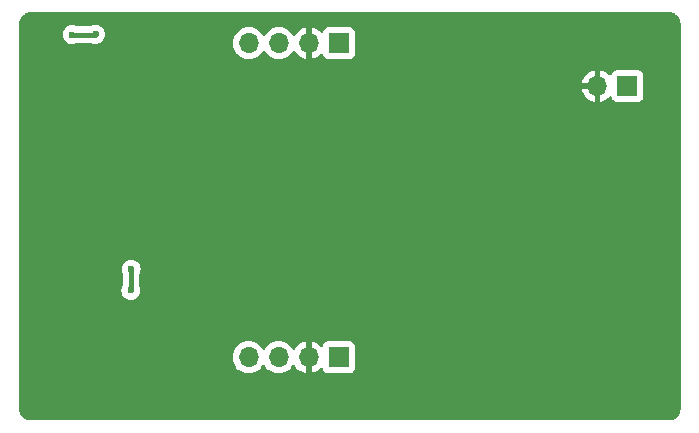
<source format=gbr>
%TF.GenerationSoftware,KiCad,Pcbnew,8.0.2*%
%TF.CreationDate,2024-06-27T01:43:15-06:00*%
%TF.ProjectId,2024_NE555_ChargePump_Expansion,32303234-5f4e-4453-9535-355f43686172,rev?*%
%TF.SameCoordinates,Original*%
%TF.FileFunction,Copper,L2,Bot*%
%TF.FilePolarity,Positive*%
%FSLAX46Y46*%
G04 Gerber Fmt 4.6, Leading zero omitted, Abs format (unit mm)*
G04 Created by KiCad (PCBNEW 8.0.2) date 2024-06-27 01:43:15*
%MOMM*%
%LPD*%
G01*
G04 APERTURE LIST*
%TA.AperFunction,ComponentPad*%
%ADD10R,1.700000X1.700000*%
%TD*%
%TA.AperFunction,ComponentPad*%
%ADD11O,1.700000X1.700000*%
%TD*%
%TA.AperFunction,ViaPad*%
%ADD12C,0.600000*%
%TD*%
%TA.AperFunction,Conductor*%
%ADD13C,0.381000*%
%TD*%
G04 APERTURE END LIST*
D10*
%TO.P,J1,1,Pin_1*%
%TO.N,/Charge_In*%
X152247600Y-60350400D03*
D11*
%TO.P,J1,2,Pin_2*%
%TO.N,GND*%
X149707600Y-60350400D03*
%TO.P,J1,3,Pin_3*%
%TO.N,/SQUARE_2*%
X147167600Y-60350400D03*
%TO.P,J1,4,Pin_4*%
%TO.N,/SQUARE_1*%
X144627600Y-60350400D03*
%TD*%
D10*
%TO.P,J2,1,Pin_1*%
%TO.N,Net-(J2-Pin_1)*%
X176687400Y-63957200D03*
D11*
%TO.P,J2,2,Pin_2*%
%TO.N,GND*%
X174147400Y-63957200D03*
%TD*%
D10*
%TO.P,J3,1,Pin_1*%
%TO.N,/Charge_Out*%
X152237600Y-86938000D03*
D11*
%TO.P,J3,2,Pin_2*%
%TO.N,GND*%
X149697600Y-86938000D03*
%TO.P,J3,3,Pin_3*%
%TO.N,/SQUARE_2*%
X147157600Y-86938000D03*
%TO.P,J3,4,Pin_4*%
%TO.N,/SQUARE_1*%
X144617600Y-86938000D03*
%TD*%
D12*
%TO.N,/SQUARE_1*%
X134670800Y-79502000D03*
X134645400Y-81280000D03*
%TO.N,/SQUARE_2*%
X131648200Y-59588400D03*
X129667000Y-59613800D03*
%TO.N,GND*%
X174955200Y-68021200D03*
%TD*%
D13*
%TO.N,/SQUARE_1*%
X134645400Y-81280000D02*
X134645400Y-79527400D01*
X134645400Y-79527400D02*
X134670800Y-79502000D01*
%TO.N,/SQUARE_2*%
X129667000Y-59613800D02*
X131622800Y-59613800D01*
X131622800Y-59613800D02*
X131648200Y-59588400D01*
%TD*%
%TA.AperFunction,Conductor*%
%TO.N,GND*%
G36*
X180192995Y-57701772D02*
G01*
X180350109Y-57715517D01*
X180371393Y-57719269D01*
X180518497Y-57758686D01*
X180538803Y-57766078D01*
X180676816Y-57830434D01*
X180695532Y-57841239D01*
X180820283Y-57928591D01*
X180836840Y-57942485D01*
X180944514Y-58050159D01*
X180958408Y-58066716D01*
X181045760Y-58191467D01*
X181056567Y-58210187D01*
X181120920Y-58348194D01*
X181128313Y-58368504D01*
X181167729Y-58515605D01*
X181171482Y-58536891D01*
X181179935Y-58633508D01*
X181185227Y-58693999D01*
X181185228Y-58694003D01*
X181185700Y-58704811D01*
X181185700Y-91282188D01*
X181185228Y-91292996D01*
X181171482Y-91450108D01*
X181167729Y-91471394D01*
X181128313Y-91618495D01*
X181120920Y-91638805D01*
X181056567Y-91776812D01*
X181045760Y-91795532D01*
X180958408Y-91920283D01*
X180944514Y-91936840D01*
X180836840Y-92044514D01*
X180820283Y-92058408D01*
X180695532Y-92145760D01*
X180676812Y-92156567D01*
X180538805Y-92220920D01*
X180518495Y-92228313D01*
X180371394Y-92267729D01*
X180350108Y-92271482D01*
X180208095Y-92283906D01*
X180192994Y-92285228D01*
X180182188Y-92285700D01*
X126260802Y-92285700D01*
X126246698Y-92284895D01*
X126244599Y-92284654D01*
X126184188Y-92285679D01*
X126173256Y-92285382D01*
X126014212Y-92274028D01*
X125992644Y-92270559D01*
X125843382Y-92232816D01*
X125822755Y-92225615D01*
X125682438Y-92162264D01*
X125663395Y-92151555D01*
X125536370Y-92064557D01*
X125519503Y-92050672D01*
X125409720Y-91942735D01*
X125395554Y-91926108D01*
X125306414Y-91800573D01*
X125295385Y-91781716D01*
X125293070Y-91776812D01*
X125229662Y-91642487D01*
X125222117Y-91622001D01*
X125181845Y-91473381D01*
X125178014Y-91451889D01*
X125163970Y-91293092D01*
X125163489Y-91282078D01*
X125166904Y-86937999D01*
X143261941Y-86937999D01*
X143261941Y-86938000D01*
X143282536Y-87173403D01*
X143282538Y-87173413D01*
X143343694Y-87401655D01*
X143343696Y-87401659D01*
X143343697Y-87401663D01*
X143423604Y-87573023D01*
X143443565Y-87615830D01*
X143443567Y-87615834D01*
X143551881Y-87770521D01*
X143579105Y-87809401D01*
X143746199Y-87976495D01*
X143842984Y-88044265D01*
X143939765Y-88112032D01*
X143939767Y-88112033D01*
X143939770Y-88112035D01*
X144153937Y-88211903D01*
X144382192Y-88273063D01*
X144558634Y-88288500D01*
X144617599Y-88293659D01*
X144617600Y-88293659D01*
X144617601Y-88293659D01*
X144676566Y-88288500D01*
X144853008Y-88273063D01*
X145081263Y-88211903D01*
X145295430Y-88112035D01*
X145489001Y-87976495D01*
X145656095Y-87809401D01*
X145786025Y-87623842D01*
X145840602Y-87580217D01*
X145910100Y-87573023D01*
X145972455Y-87604546D01*
X145989175Y-87623842D01*
X146119100Y-87809395D01*
X146119105Y-87809401D01*
X146286199Y-87976495D01*
X146382984Y-88044265D01*
X146479765Y-88112032D01*
X146479767Y-88112033D01*
X146479770Y-88112035D01*
X146693937Y-88211903D01*
X146922192Y-88273063D01*
X147098634Y-88288500D01*
X147157599Y-88293659D01*
X147157600Y-88293659D01*
X147157601Y-88293659D01*
X147216566Y-88288500D01*
X147393008Y-88273063D01*
X147621263Y-88211903D01*
X147835430Y-88112035D01*
X148029001Y-87976495D01*
X148196095Y-87809401D01*
X148326330Y-87623405D01*
X148380907Y-87579781D01*
X148450405Y-87572587D01*
X148512760Y-87604110D01*
X148529479Y-87623405D01*
X148659490Y-87809078D01*
X148826517Y-87976105D01*
X149020021Y-88111600D01*
X149234107Y-88211429D01*
X149234116Y-88211433D01*
X149447600Y-88268634D01*
X149447600Y-87371012D01*
X149504607Y-87403925D01*
X149631774Y-87438000D01*
X149763426Y-87438000D01*
X149890593Y-87403925D01*
X149947600Y-87371012D01*
X149947600Y-88268633D01*
X150161083Y-88211433D01*
X150161092Y-88211429D01*
X150375178Y-88111600D01*
X150568678Y-87976108D01*
X150690733Y-87854053D01*
X150752056Y-87820568D01*
X150821748Y-87825552D01*
X150877682Y-87867423D01*
X150894597Y-87898401D01*
X150943802Y-88030328D01*
X150943806Y-88030335D01*
X151030052Y-88145544D01*
X151030055Y-88145547D01*
X151145264Y-88231793D01*
X151145271Y-88231797D01*
X151280117Y-88282091D01*
X151280116Y-88282091D01*
X151287044Y-88282835D01*
X151339727Y-88288500D01*
X153135472Y-88288499D01*
X153195083Y-88282091D01*
X153329931Y-88231796D01*
X153445146Y-88145546D01*
X153531396Y-88030331D01*
X153581691Y-87895483D01*
X153588100Y-87835873D01*
X153588099Y-86040128D01*
X153581691Y-85980517D01*
X153580602Y-85977598D01*
X153531397Y-85845671D01*
X153531393Y-85845664D01*
X153445147Y-85730455D01*
X153445144Y-85730452D01*
X153329935Y-85644206D01*
X153329928Y-85644202D01*
X153195082Y-85593908D01*
X153195083Y-85593908D01*
X153135483Y-85587501D01*
X153135481Y-85587500D01*
X153135473Y-85587500D01*
X153135464Y-85587500D01*
X151339729Y-85587500D01*
X151339723Y-85587501D01*
X151280116Y-85593908D01*
X151145271Y-85644202D01*
X151145264Y-85644206D01*
X151030055Y-85730452D01*
X151030052Y-85730455D01*
X150943806Y-85845664D01*
X150943802Y-85845671D01*
X150894597Y-85977598D01*
X150852726Y-86033532D01*
X150787261Y-86057949D01*
X150718988Y-86043097D01*
X150690734Y-86021946D01*
X150568682Y-85899894D01*
X150375178Y-85764399D01*
X150161092Y-85664570D01*
X150161086Y-85664567D01*
X149947600Y-85607364D01*
X149947600Y-86504988D01*
X149890593Y-86472075D01*
X149763426Y-86438000D01*
X149631774Y-86438000D01*
X149504607Y-86472075D01*
X149447600Y-86504988D01*
X149447600Y-85607364D01*
X149447599Y-85607364D01*
X149234113Y-85664567D01*
X149234107Y-85664570D01*
X149020022Y-85764399D01*
X149020020Y-85764400D01*
X148826526Y-85899886D01*
X148826520Y-85899891D01*
X148659491Y-86066920D01*
X148659490Y-86066922D01*
X148529480Y-86252595D01*
X148474903Y-86296219D01*
X148405404Y-86303412D01*
X148343050Y-86271890D01*
X148326330Y-86252594D01*
X148196094Y-86066597D01*
X148029002Y-85899506D01*
X148028995Y-85899501D01*
X147835434Y-85763967D01*
X147835430Y-85763965D01*
X147835428Y-85763964D01*
X147621263Y-85664097D01*
X147621259Y-85664096D01*
X147621255Y-85664094D01*
X147393013Y-85602938D01*
X147393003Y-85602936D01*
X147157601Y-85582341D01*
X147157599Y-85582341D01*
X146922196Y-85602936D01*
X146922186Y-85602938D01*
X146693944Y-85664094D01*
X146693935Y-85664098D01*
X146479771Y-85763964D01*
X146479769Y-85763965D01*
X146286197Y-85899505D01*
X146119105Y-86066597D01*
X145989175Y-86252158D01*
X145934598Y-86295783D01*
X145865100Y-86302977D01*
X145802745Y-86271454D01*
X145786025Y-86252158D01*
X145656094Y-86066597D01*
X145489002Y-85899506D01*
X145488995Y-85899501D01*
X145295434Y-85763967D01*
X145295430Y-85763965D01*
X145295428Y-85763964D01*
X145081263Y-85664097D01*
X145081259Y-85664096D01*
X145081255Y-85664094D01*
X144853013Y-85602938D01*
X144853003Y-85602936D01*
X144617601Y-85582341D01*
X144617599Y-85582341D01*
X144382196Y-85602936D01*
X144382186Y-85602938D01*
X144153944Y-85664094D01*
X144153935Y-85664098D01*
X143939771Y-85763964D01*
X143939769Y-85763965D01*
X143746197Y-85899505D01*
X143579105Y-86066597D01*
X143443565Y-86260169D01*
X143443564Y-86260171D01*
X143343698Y-86474335D01*
X143343694Y-86474344D01*
X143282538Y-86702586D01*
X143282536Y-86702596D01*
X143261941Y-86937999D01*
X125166904Y-86937999D01*
X125171351Y-81279996D01*
X133839835Y-81279996D01*
X133839835Y-81280003D01*
X133860030Y-81459249D01*
X133860031Y-81459254D01*
X133919611Y-81629523D01*
X134015584Y-81782262D01*
X134143138Y-81909816D01*
X134295878Y-82005789D01*
X134466145Y-82065368D01*
X134466150Y-82065369D01*
X134645396Y-82085565D01*
X134645400Y-82085565D01*
X134645404Y-82085565D01*
X134824649Y-82065369D01*
X134824652Y-82065368D01*
X134824655Y-82065368D01*
X134994922Y-82005789D01*
X135147662Y-81909816D01*
X135275216Y-81782262D01*
X135371189Y-81629522D01*
X135430768Y-81459255D01*
X135450965Y-81280000D01*
X135430768Y-81100745D01*
X135430767Y-81100743D01*
X135430766Y-81100737D01*
X135371190Y-80930480D01*
X135355405Y-80905357D01*
X135336400Y-80839387D01*
X135336400Y-79983036D01*
X135355407Y-79917063D01*
X135396588Y-79851524D01*
X135396589Y-79851522D01*
X135456168Y-79681255D01*
X135476365Y-79502000D01*
X135456168Y-79322745D01*
X135396589Y-79152478D01*
X135300616Y-78999738D01*
X135173062Y-78872184D01*
X135020323Y-78776211D01*
X134850054Y-78716631D01*
X134850049Y-78716630D01*
X134670804Y-78696435D01*
X134670796Y-78696435D01*
X134491550Y-78716630D01*
X134491545Y-78716631D01*
X134321276Y-78776211D01*
X134168537Y-78872184D01*
X134040984Y-78999737D01*
X133945011Y-79152476D01*
X133885431Y-79322745D01*
X133885430Y-79322750D01*
X133865235Y-79501996D01*
X133865235Y-79502003D01*
X133885430Y-79681249D01*
X133885433Y-79681262D01*
X133947311Y-79858095D01*
X133945135Y-79858856D01*
X133954400Y-79899319D01*
X133954400Y-80839387D01*
X133935395Y-80905357D01*
X133919609Y-80930480D01*
X133860033Y-81100737D01*
X133860030Y-81100750D01*
X133839835Y-81279996D01*
X125171351Y-81279996D01*
X125185164Y-63707199D01*
X172816764Y-63707199D01*
X172816764Y-63707200D01*
X173714388Y-63707200D01*
X173681475Y-63764207D01*
X173647400Y-63891374D01*
X173647400Y-64023026D01*
X173681475Y-64150193D01*
X173714388Y-64207200D01*
X172816764Y-64207200D01*
X172873967Y-64420686D01*
X172873970Y-64420692D01*
X172973799Y-64634778D01*
X173109294Y-64828282D01*
X173276317Y-64995305D01*
X173469821Y-65130800D01*
X173683907Y-65230629D01*
X173683916Y-65230633D01*
X173897400Y-65287834D01*
X173897400Y-64390212D01*
X173954407Y-64423125D01*
X174081574Y-64457200D01*
X174213226Y-64457200D01*
X174340393Y-64423125D01*
X174397400Y-64390212D01*
X174397400Y-65287833D01*
X174610883Y-65230633D01*
X174610892Y-65230629D01*
X174824978Y-65130800D01*
X175018478Y-64995308D01*
X175140533Y-64873253D01*
X175201856Y-64839768D01*
X175271548Y-64844752D01*
X175327482Y-64886623D01*
X175344397Y-64917601D01*
X175393602Y-65049528D01*
X175393606Y-65049535D01*
X175479852Y-65164744D01*
X175479855Y-65164747D01*
X175595064Y-65250993D01*
X175595071Y-65250997D01*
X175729917Y-65301291D01*
X175729916Y-65301291D01*
X175736844Y-65302035D01*
X175789527Y-65307700D01*
X177585272Y-65307699D01*
X177644883Y-65301291D01*
X177779731Y-65250996D01*
X177894946Y-65164746D01*
X177981196Y-65049531D01*
X178031491Y-64914683D01*
X178037900Y-64855073D01*
X178037899Y-63059328D01*
X178031491Y-62999717D01*
X178030402Y-62996798D01*
X177981197Y-62864871D01*
X177981193Y-62864864D01*
X177894947Y-62749655D01*
X177894944Y-62749652D01*
X177779735Y-62663406D01*
X177779728Y-62663402D01*
X177644882Y-62613108D01*
X177644883Y-62613108D01*
X177585283Y-62606701D01*
X177585281Y-62606700D01*
X177585273Y-62606700D01*
X177585264Y-62606700D01*
X175789529Y-62606700D01*
X175789523Y-62606701D01*
X175729916Y-62613108D01*
X175595071Y-62663402D01*
X175595064Y-62663406D01*
X175479855Y-62749652D01*
X175479852Y-62749655D01*
X175393606Y-62864864D01*
X175393602Y-62864871D01*
X175344397Y-62996798D01*
X175302526Y-63052732D01*
X175237061Y-63077149D01*
X175168788Y-63062297D01*
X175140534Y-63041146D01*
X175018482Y-62919094D01*
X174824978Y-62783599D01*
X174610892Y-62683770D01*
X174610886Y-62683767D01*
X174397400Y-62626564D01*
X174397400Y-63524188D01*
X174340393Y-63491275D01*
X174213226Y-63457200D01*
X174081574Y-63457200D01*
X173954407Y-63491275D01*
X173897400Y-63524188D01*
X173897400Y-62626564D01*
X173897399Y-62626564D01*
X173683913Y-62683767D01*
X173683907Y-62683770D01*
X173469822Y-62783599D01*
X173469820Y-62783600D01*
X173276326Y-62919086D01*
X173276320Y-62919091D01*
X173109291Y-63086120D01*
X173109286Y-63086126D01*
X172973800Y-63279620D01*
X172973799Y-63279622D01*
X172873970Y-63493707D01*
X172873967Y-63493713D01*
X172816764Y-63707199D01*
X125185164Y-63707199D01*
X125188381Y-59613796D01*
X128861435Y-59613796D01*
X128861435Y-59613803D01*
X128881630Y-59793049D01*
X128881631Y-59793054D01*
X128941211Y-59963323D01*
X128991523Y-60043393D01*
X129037184Y-60116062D01*
X129164738Y-60243616D01*
X129229922Y-60284574D01*
X129292359Y-60323806D01*
X129317478Y-60339589D01*
X129415156Y-60373768D01*
X129487745Y-60399168D01*
X129487750Y-60399169D01*
X129666996Y-60419365D01*
X129667000Y-60419365D01*
X129667004Y-60419365D01*
X129846249Y-60399169D01*
X129846252Y-60399168D01*
X129846255Y-60399168D01*
X130016522Y-60339589D01*
X130028299Y-60332188D01*
X130041641Y-60323806D01*
X130107613Y-60304800D01*
X131250880Y-60304800D01*
X131291353Y-60314036D01*
X131292105Y-60311889D01*
X131468937Y-60373766D01*
X131468943Y-60373767D01*
X131468945Y-60373768D01*
X131468946Y-60373768D01*
X131468950Y-60373769D01*
X131648196Y-60393965D01*
X131648200Y-60393965D01*
X131648204Y-60393965D01*
X131827449Y-60373769D01*
X131827452Y-60373768D01*
X131827455Y-60373768D01*
X131894240Y-60350399D01*
X143271941Y-60350399D01*
X143271941Y-60350400D01*
X143292536Y-60585803D01*
X143292538Y-60585813D01*
X143353694Y-60814055D01*
X143353696Y-60814059D01*
X143353697Y-60814063D01*
X143433604Y-60985423D01*
X143453565Y-61028230D01*
X143453567Y-61028234D01*
X143561881Y-61182921D01*
X143589105Y-61221801D01*
X143756199Y-61388895D01*
X143852984Y-61456665D01*
X143949765Y-61524432D01*
X143949767Y-61524433D01*
X143949770Y-61524435D01*
X144163937Y-61624303D01*
X144392192Y-61685463D01*
X144568634Y-61700900D01*
X144627599Y-61706059D01*
X144627600Y-61706059D01*
X144627601Y-61706059D01*
X144686566Y-61700900D01*
X144863008Y-61685463D01*
X145091263Y-61624303D01*
X145305430Y-61524435D01*
X145499001Y-61388895D01*
X145666095Y-61221801D01*
X145796025Y-61036242D01*
X145850602Y-60992617D01*
X145920100Y-60985423D01*
X145982455Y-61016946D01*
X145999175Y-61036242D01*
X146129100Y-61221795D01*
X146129105Y-61221801D01*
X146296199Y-61388895D01*
X146392984Y-61456665D01*
X146489765Y-61524432D01*
X146489767Y-61524433D01*
X146489770Y-61524435D01*
X146703937Y-61624303D01*
X146932192Y-61685463D01*
X147108634Y-61700900D01*
X147167599Y-61706059D01*
X147167600Y-61706059D01*
X147167601Y-61706059D01*
X147226566Y-61700900D01*
X147403008Y-61685463D01*
X147631263Y-61624303D01*
X147845430Y-61524435D01*
X148039001Y-61388895D01*
X148206095Y-61221801D01*
X148336330Y-61035805D01*
X148390907Y-60992181D01*
X148460405Y-60984987D01*
X148522760Y-61016510D01*
X148539479Y-61035805D01*
X148669490Y-61221478D01*
X148836517Y-61388505D01*
X149030021Y-61524000D01*
X149244107Y-61623829D01*
X149244116Y-61623833D01*
X149457600Y-61681034D01*
X149457600Y-60783412D01*
X149514607Y-60816325D01*
X149641774Y-60850400D01*
X149773426Y-60850400D01*
X149900593Y-60816325D01*
X149957600Y-60783412D01*
X149957600Y-61681033D01*
X150171083Y-61623833D01*
X150171092Y-61623829D01*
X150385178Y-61524000D01*
X150578678Y-61388508D01*
X150700733Y-61266453D01*
X150762056Y-61232968D01*
X150831748Y-61237952D01*
X150887682Y-61279823D01*
X150904597Y-61310801D01*
X150953802Y-61442728D01*
X150953806Y-61442735D01*
X151040052Y-61557944D01*
X151040055Y-61557947D01*
X151155264Y-61644193D01*
X151155271Y-61644197D01*
X151290117Y-61694491D01*
X151290116Y-61694491D01*
X151297044Y-61695235D01*
X151349727Y-61700900D01*
X153145472Y-61700899D01*
X153205083Y-61694491D01*
X153339931Y-61644196D01*
X153455146Y-61557946D01*
X153541396Y-61442731D01*
X153591691Y-61307883D01*
X153598100Y-61248273D01*
X153598099Y-59452528D01*
X153591691Y-59392917D01*
X153590602Y-59389998D01*
X153541397Y-59258071D01*
X153541393Y-59258064D01*
X153455147Y-59142855D01*
X153455144Y-59142852D01*
X153339935Y-59056606D01*
X153339928Y-59056602D01*
X153205082Y-59006308D01*
X153205083Y-59006308D01*
X153145483Y-58999901D01*
X153145481Y-58999900D01*
X153145473Y-58999900D01*
X153145464Y-58999900D01*
X151349729Y-58999900D01*
X151349723Y-58999901D01*
X151290116Y-59006308D01*
X151155271Y-59056602D01*
X151155264Y-59056606D01*
X151040055Y-59142852D01*
X151040052Y-59142855D01*
X150953806Y-59258064D01*
X150953802Y-59258071D01*
X150904597Y-59389998D01*
X150862726Y-59445932D01*
X150797261Y-59470349D01*
X150728988Y-59455497D01*
X150700734Y-59434346D01*
X150578682Y-59312294D01*
X150385178Y-59176799D01*
X150171092Y-59076970D01*
X150171086Y-59076967D01*
X149957600Y-59019764D01*
X149957600Y-59917388D01*
X149900593Y-59884475D01*
X149773426Y-59850400D01*
X149641774Y-59850400D01*
X149514607Y-59884475D01*
X149457600Y-59917388D01*
X149457600Y-59019764D01*
X149457599Y-59019764D01*
X149244113Y-59076967D01*
X149244107Y-59076970D01*
X149030022Y-59176799D01*
X149030020Y-59176800D01*
X148836526Y-59312286D01*
X148836520Y-59312291D01*
X148669491Y-59479320D01*
X148669490Y-59479322D01*
X148539480Y-59664995D01*
X148484903Y-59708619D01*
X148415404Y-59715812D01*
X148353050Y-59684290D01*
X148336330Y-59664994D01*
X148206094Y-59478997D01*
X148039002Y-59311906D01*
X148038995Y-59311901D01*
X147845434Y-59176367D01*
X147845430Y-59176365D01*
X147845428Y-59176364D01*
X147631263Y-59076497D01*
X147631259Y-59076496D01*
X147631255Y-59076494D01*
X147403013Y-59015338D01*
X147403003Y-59015336D01*
X147167601Y-58994741D01*
X147167599Y-58994741D01*
X146932196Y-59015336D01*
X146932186Y-59015338D01*
X146703944Y-59076494D01*
X146703935Y-59076498D01*
X146489771Y-59176364D01*
X146489769Y-59176365D01*
X146296197Y-59311905D01*
X146129105Y-59478997D01*
X145999175Y-59664558D01*
X145944598Y-59708183D01*
X145875100Y-59715377D01*
X145812745Y-59683854D01*
X145796025Y-59664558D01*
X145666094Y-59478997D01*
X145499002Y-59311906D01*
X145498995Y-59311901D01*
X145305434Y-59176367D01*
X145305430Y-59176365D01*
X145305428Y-59176364D01*
X145091263Y-59076497D01*
X145091259Y-59076496D01*
X145091255Y-59076494D01*
X144863013Y-59015338D01*
X144863003Y-59015336D01*
X144627601Y-58994741D01*
X144627599Y-58994741D01*
X144392196Y-59015336D01*
X144392186Y-59015338D01*
X144163944Y-59076494D01*
X144163935Y-59076498D01*
X143949771Y-59176364D01*
X143949769Y-59176365D01*
X143756197Y-59311905D01*
X143589105Y-59478997D01*
X143453565Y-59672569D01*
X143453564Y-59672571D01*
X143353698Y-59886735D01*
X143353694Y-59886744D01*
X143292538Y-60114986D01*
X143292536Y-60114996D01*
X143271941Y-60350399D01*
X131894240Y-60350399D01*
X131997722Y-60314189D01*
X132150462Y-60218216D01*
X132278016Y-60090662D01*
X132373989Y-59937922D01*
X132433568Y-59767655D01*
X132433569Y-59767649D01*
X132453765Y-59588403D01*
X132453765Y-59588396D01*
X132433569Y-59409150D01*
X132433568Y-59409145D01*
X132399677Y-59312291D01*
X132373989Y-59238878D01*
X132278016Y-59086138D01*
X132150462Y-58958584D01*
X131997723Y-58862611D01*
X131827454Y-58803031D01*
X131827449Y-58803030D01*
X131648204Y-58782835D01*
X131648196Y-58782835D01*
X131468950Y-58803030D01*
X131468945Y-58803031D01*
X131298675Y-58862611D01*
X131233137Y-58903793D01*
X131167164Y-58922800D01*
X130107613Y-58922800D01*
X130041641Y-58903794D01*
X130016523Y-58888011D01*
X129846254Y-58828431D01*
X129846249Y-58828430D01*
X129667004Y-58808235D01*
X129666996Y-58808235D01*
X129487750Y-58828430D01*
X129487745Y-58828431D01*
X129317476Y-58888011D01*
X129164737Y-58983984D01*
X129037184Y-59111537D01*
X128941211Y-59264276D01*
X128881631Y-59434545D01*
X128881630Y-59434550D01*
X128861435Y-59613796D01*
X125188381Y-59613796D01*
X125189041Y-58773879D01*
X125189100Y-58773010D01*
X125189100Y-58704806D01*
X125189572Y-58693999D01*
X125203317Y-58536892D01*
X125207070Y-58515605D01*
X125246486Y-58368504D01*
X125253876Y-58348199D01*
X125318236Y-58210178D01*
X125329034Y-58191474D01*
X125416395Y-58066710D01*
X125430279Y-58050165D01*
X125537965Y-57942479D01*
X125554510Y-57928595D01*
X125679274Y-57841234D01*
X125697978Y-57830436D01*
X125835999Y-57766076D01*
X125856299Y-57758687D01*
X126003408Y-57719269D01*
X126024688Y-57715517D01*
X126181805Y-57701772D01*
X126192612Y-57701300D01*
X126253092Y-57701300D01*
X180121708Y-57701300D01*
X180182188Y-57701300D01*
X180192995Y-57701772D01*
G37*
%TD.AperFunction*%
%TD*%
M02*

</source>
